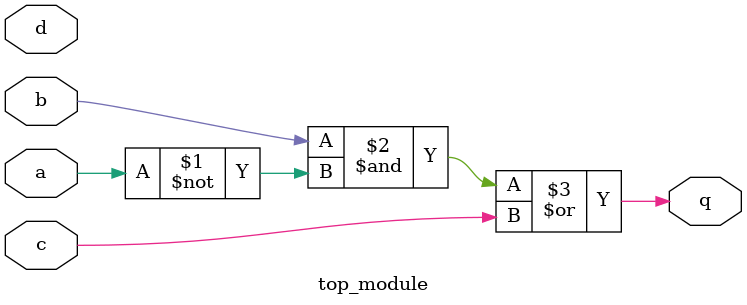
<source format=sv>
module top_module (
    input a, 
    input b, 
    input c, 
    input d,
    output q
);

assign q = (b & ~a) | c;

endmodule

</source>
